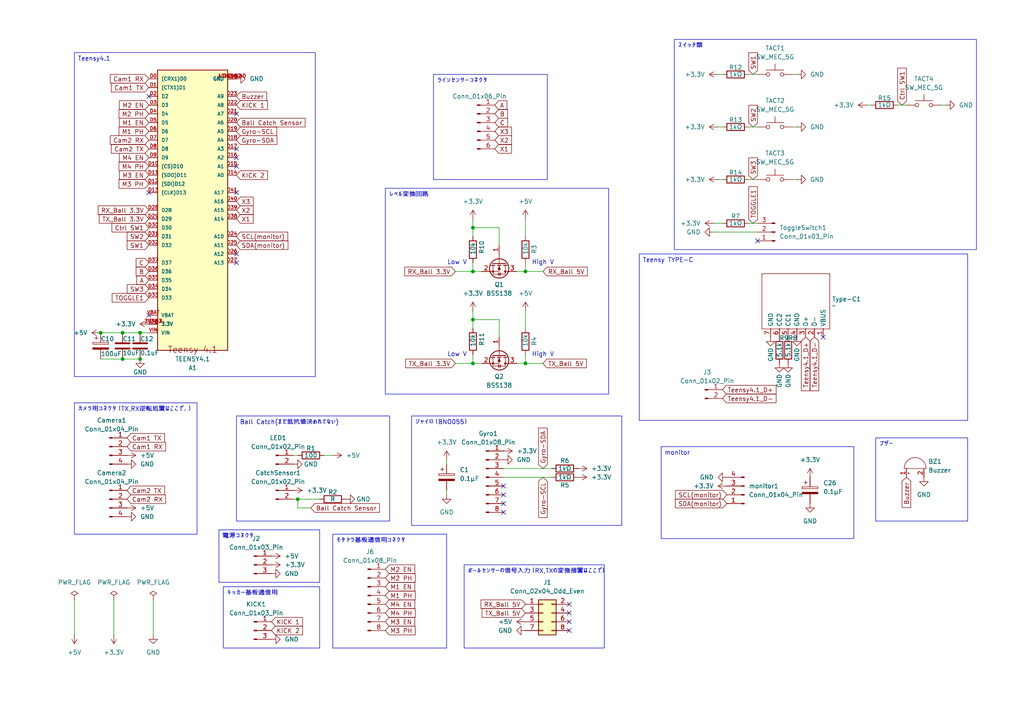
<source format=kicad_sch>
(kicad_sch (version 20250114) (generator "eeschema") (generator_version "9.0")
  (paper "A4")
  (lib_symbols
    (symbol "Connector:Conn_01x02_Pin" (pin_names (offset 1.016) (hide yes))
      (property "Reference" "J" (at 0 2.54 0))
      (property "Value" "Conn_01x02_Pin" (at 0 -5.08 0))
      (symbol "Conn_01x02_Pin_1_1"
        (pin passive line (at 5.08 0 180) (length 3.81) (name "Pin_1") (number "1"))
        (pin passive line (at 5.08 -2.54 180) (length 3.81) (name "Pin_2") (number "2"))
      )
    )
    (symbol "Connector:Conn_01x03_Pin" (pin_names (offset 1.016) (hide yes))
      (property "Reference" "J" (at 0 5.08 0))
      (property "Value" "Conn_01x03_Pin" (at 0 -5.08 0))
      (symbol "Conn_01x03_Pin_1_1"
        (pin passive line (at 5.08 2.54 180) (length 3.81) (name "Pin_1") (number "1"))
        (pin passive line (at 5.08 0 180) (length 3.81) (name "Pin_2") (number "2"))
        (pin passive line (at 5.08 -2.54 180) (length 3.81) (name "Pin_3") (number "3"))
      )
    )
    (symbol "Connector:Conn_01x04_Pin" (pin_names (offset 1.016) (hide yes))
      (property "Reference" "J" (at 0 5.08 0))
      (property "Value" "Conn_01x04_Pin" (at 0 -7.62 0))
      (symbol "Conn_01x04_Pin_1_1"
        (pin passive line (at 5.08 2.54 180) (length 3.81) (name "Pin_1") (number "1"))
        (pin passive line (at 5.08 0 180) (length 3.81) (name "Pin_2") (number "2"))
        (pin passive line (at 5.08 -2.54 180) (length 3.81) (name "Pin_3") (number "3"))
        (pin passive line (at 5.08 -5.08 180) (length 3.81) (name "Pin_4") (number "4"))
      )
    )
    (symbol "Connector:Conn_01x06_Pin" (pin_names (offset 1.016) (hide yes))
      (property "Reference" "J" (at 0 7.62 0))
      (property "Value" "Conn_01x06_Pin" (at 0 -10.16 0))
      (symbol "Conn_01x06_Pin_1_1"
        (pin passive line (at 5.08 5.08 180) (length 3.81) (name "Pin_1") (number "1"))
        (pin passive line (at 5.08 2.54 180) (length 3.81) (name "Pin_2") (number "2"))
        (pin passive line (at 5.08 0 180) (length 3.81) (name "Pin_3") (number "3"))
        (pin passive line (at 5.08 -2.54 180) (length 3.81) (name "Pin_4") (number "4"))
        (pin passive line (at 5.08 -5.08 180) (length 3.81) (name "Pin_5") (number "5"))
        (pin passive line (at 5.08 -7.62 180) (length 3.81) (name "Pin_6") (number "6"))
      )
    )
    (symbol "Connector:Conn_01x08_Pin" (pin_names (offset 1.016) (hide yes))
      (property "Reference" "J" (at 0 10.16 0))
      (property "Value" "Conn_01x08_Pin" (at 0 -12.7 0))
      (symbol "Conn_01x08_Pin_1_1"
        (pin passive line (at 5.08 7.62 180) (length 3.81) (name "Pin_1") (number "1"))
        (pin passive line (at 5.08 5.08 180) (length 3.81) (name "Pin_2") (number "2"))
        (pin passive line (at 5.08 2.54 180) (length 3.81) (name "Pin_3") (number "3"))
        (pin passive line (at 5.08 0 180) (length 3.81) (name "Pin_4") (number "4"))
        (pin passive line (at 5.08 -2.54 180) (length 3.81) (name "Pin_5") (number "5"))
        (pin passive line (at 5.08 -5.08 180) (length 3.81) (name "Pin_6") (number "6"))
        (pin passive line (at 5.08 -7.62 180) (length 3.81) (name "Pin_7") (number "7"))
        (pin passive line (at 5.08 -10.16 180) (length 3.81) (name "Pin_8") (number "8"))
      )
    )
    (symbol "Connector_Generic:Conn_02x04_Odd_Even" (pin_names (offset 1.016) (hide yes))
      (property "Reference" "J" (at 1.27 5.08 0))
      (property "Value" "Conn_02x04_Odd_Even" (at 1.27 -7.62 0))
      (symbol "Conn_02x04_Odd_Even_1_1"
        (pin passive line (at -5.08 2.54 0) (length 3.81) (name "Pin_1") (number "1"))
        (pin passive line (at -5.08 0 0) (length 3.81) (name "Pin_3") (number "3"))
        (pin passive line (at -5.08 -2.54 0) (length 3.81) (name "Pin_5") (number "5"))
        (pin passive line (at -5.08 -5.08 0) (length 3.81) (name "Pin_7") (number "7"))
        (pin passive line (at 7.62 2.54 180) (length 3.81) (name "Pin_2") (number "2"))
        (pin passive line (at 7.62 0 180) (length 3.81) (name "Pin_4") (number "4"))
        (pin passive line (at 7.62 -2.54 180) (length 3.81) (name "Pin_6") (number "6"))
        (pin passive line (at 7.62 -5.08 180) (length 3.81) (name "Pin_8") (number "8"))
      )
    )
    (symbol "Device:Buzzer" (pin_names (offset 0.0254) (hide yes))
      (property "Reference" "BZ" (at 3.81 1.27 0))
      (property "Value" "Buzzer" (at 3.81 -1.27 0))
      (symbol "Buzzer_1_1"
        (pin passive line (at -2.54 2.54 0) (length 2.54) (name "+") (number "1"))
        (pin passive line (at -2.54 -2.54 0) (length 2.54) (name "-") (number "2"))
      )
    )
    (symbol "Device:C" (pin_numbers (hide yes)) (pin_names (offset 0.254))
      (property "Reference" "C" (at 0.635 2.54 0))
      (property "Value" "C" (at 0.635 -2.54 0))
      (symbol "C_1_1"
        (pin passive line (at 0 3.81 270) (length 2.794) (name "~") (number "1"))
        (pin passive line (at 0 -3.81 90) (length 2.794) (name "~") (number "2"))
      )
    )
    (symbol "Device:C_Polarized" (pin_numbers (hide yes)) (pin_names (offset 0.254))
      (property "Reference" "C" (at 0.635 2.54 0))
      (property "Value" "C_Polarized" (at 0.635 -2.54 0))
      (symbol "C_Polarized_1_1"
        (pin passive line (at 0 3.81 270) (length 2.794) (name "~") (number "1"))
        (pin passive line (at 0 -3.81 90) (length 2.794) (name "~") (number "2"))
      )
    )
    (symbol "Device:R" (pin_numbers (hide yes)) (pin_names (offset 0))
      (property "Reference" "R" (at 2.032 0 90))
      (property "Value" "R" (at 0 0 90))
      (symbol "R_1_1"
        (pin passive line (at 0 3.81 270) (length 1.27) (name "~") (number "1"))
        (pin passive line (at 0 -3.81 90) (length 1.27) (name "~") (number "2"))
      )
    )
    (symbol "Switch:SW_MEC_5G" (pin_numbers (hide yes)) (pin_names (offset 1.016) (hide yes))
      (property "Reference" "SW" (at 1.27 2.54 0))
      (property "Value" "SW_MEC_5G" (at 0 -1.524 0))
      (symbol "SW_MEC_5G_0_1"
        (pin passive line (at -5.08 0 0) (length 2.54) (name "A") (number "1"))
        (pin passive line (at 5.08 0 180) (length 2.54) (name "B") (number "3"))
      )
      (symbol "SW_MEC_5G_1_1"
        (pin passive line (at -5.08 0 0) (length 2.54) (hide yes) (name "A") (number "2"))
        (pin passive line (at 5.08 0 180) (length 2.54) (hide yes) (name "B") (number "4"))
      )
    )
    (symbol "Teensy4.1:TEENSY4.1" (pin_names (offset 1.016))
      (property "Reference" "A" (at 0 0 0))
      (property "Value" "TEENSY4.1" (at 0 0 0))
      (symbol "TEENSY4.1_0_0"
        (text "Teensy 4.1" (at 10.16 -1.27 0) (effects (font (size 1.778 1.778)) (justify top)))
        (pin bidirectional line (at -2.54 -25.4 0) (length 2.54) (name "A13") (number "D27"))
        (pin bidirectional line (at -2.54 -27.94 0) (length 2.54) (name "A12") (number "D26"))
        (pin bidirectional line (at -2.54 -30.48 0) (length 2.54) (name "A11") (number "D25"))
        (pin bidirectional line (at -2.54 -33.02 0) (length 2.54) (name "A10") (number "D24"))
        (pin bidirectional line (at -2.54 -38.1 0) (length 2.54) (name "A14") (number "D38"))
        (pin bidirectional line (at -2.54 -40.64 0) (length 2.54) (name "A15") (number "D39"))
        (pin bidirectional line (at -2.54 -43.18 0) (length 2.54) (name "A16") (number "D40"))
        (pin bidirectional line (at -2.54 -45.72 0) (length 2.54) (name "A17") (number "D41"))
        (pin bidirectional line (at -2.54 -50.8 0) (length 2.54) (name "A0") (number "D14"))
        (pin bidirectional line (at -2.54 -53.34 0) (length 2.54) (name "A1") (number "D15"))
        (pin bidirectional line (at -2.54 -55.88 0) (length 2.54) (name "A2") (number "D16"))
        (pin bidirectional line (at -2.54 -58.42 0) (length 2.54) (name "A3") (number "D17"))
        (pin bidirectional line (at -2.54 -60.96 0) (length 2.54) (name "A4") (number "D18"))
        (pin bidirectional line (at -2.54 -63.5 0) (length 2.54) (name "A5") (number "D19"))
        (pin bidirectional line (at -2.54 -66.04 0) (length 2.54) (name "A6") (number "D20"))
        (pin bidirectional line (at -2.54 -68.58 0) (length 2.54) (name "A7") (number "D21"))
        (pin bidirectional line (at -2.54 -71.12 0) (length 2.54) (name "A8") (number "D22"))
        (pin bidirectional line (at -2.54 -73.66 0) (length 2.54) (name "A9") (number "D23"))
        (pin bidirectional line (at -2.54 -78.74 0) (length 2.54) (name "GND") (number "AGND/GND"))
        (pin bidirectional line (at -2.54 -78.74 0) (length 2.54) (name "GND") (number "GND"))
        (pin bidirectional line (at -2.54 -78.74 0) (length 2.54) (name "GND") (number "GND@2"))
        (pin power_in line (at 22.86 -5.08 180) (length 2.54) (name "VIN") (number "VIN"))
        (pin power_in line (at 22.86 -7.62 180) (length 2.54) (name "3.3V") (number "3V3"))
        (pin power_in line (at 22.86 -7.62 180) (length 2.54) (name "3.3V") (number "3V3@2"))
        (pin power_in line (at 22.86 -7.62 180) (length 2.54) (name "3.3V") (number "3V3@3"))
        (pin power_in line (at 22.86 -10.16 180) (length 2.54) (name "VBAT") (number "VBAT"))
        (pin bidirectional line (at 22.86 -15.24 180) (length 2.54) (name "D33") (number "D33"))
        (pin bidirectional line (at 22.86 -17.78 180) (length 2.54) (name "D34") (number "D34"))
        (pin bidirectional line (at 22.86 -20.32 180) (length 2.54) (name "D35") (number "D35"))
        (pin bidirectional line (at 22.86 -22.86 180) (length 2.54) (name "D36") (number "D36"))
        (pin bidirectional line (at 22.86 -25.4 180) (length 2.54) (name "D37") (number "D37"))
        (pin bidirectional line (at 22.86 -30.48 180) (length 2.54) (name "D32") (number "D32"))
        (pin bidirectional line (at 22.86 -33.02 180) (length 2.54) (name "D31") (number "D31"))
        (pin bidirectional line (at 22.86 -35.56 180) (length 2.54) (name "D30") (number "D30"))
        (pin bidirectional line (at 22.86 -38.1 180) (length 2.54) (name "D29") (number "D29"))
        (pin bidirectional line (at 22.86 -40.64 180) (length 2.54) (name "D28") (number "D28"))
        (pin bidirectional line (at 22.86 -45.72 180) (length 2.54) (name "(CLK)D13") (number "D13"))
        (pin bidirectional line (at 22.86 -48.26 180) (length 2.54) (name "(SDI)D12") (number "D12"))
        (pin bidirectional line (at 22.86 -50.8 180) (length 2.54) (name "(SDO)D11") (number "D11"))
        (pin bidirectional line (at 22.86 -53.34 180) (length 2.54) (name "(CS)D10") (number "D10"))
        (pin bidirectional line (at 22.86 -55.88 180) (length 2.54) (name "D9") (number "D9"))
        (pin bidirectional line (at 22.86 -58.42 180) (length 2.54) (name "D8") (number "D8"))
        (pin bidirectional line (at 22.86 -60.96 180) (length 2.54) (name "D7") (number "D7"))
        (pin bidirectional line (at 22.86 -63.5 180) (length 2.54) (name "D6") (number "D6"))
        (pin bidirectional line (at 22.86 -66.04 180) (length 2.54) (name "D5") (number "D5"))
        (pin bidirectional line (at 22.86 -68.58 180) (length 2.54) (name "D4") (number "D4"))
        (pin bidirectional line (at 22.86 -71.12 180) (length 2.54) (name "D3") (number "D3"))
        (pin bidirectional line (at 22.86 -73.66 180) (length 2.54) (name "D2") (number "D2"))
        (pin bidirectional line (at 22.86 -76.2 180) (length 2.54) (name "(CTX1)D1") (number "D1"))
        (pin bidirectional line (at 22.86 -78.74 180) (length 2.54) (name "(CRX1)D0") (number "D0"))
      )
    )
    (symbol "Transistor_FET:BSS138" (pin_names (hide yes))
      (property "Reference" "Q" (at 5.08 1.905 0))
      (property "Value" "BSS138" (at 5.08 0 0))
      (symbol "BSS138_1_1"
        (pin input line (at -5.08 0 0) (length 2.54) (name "G") (number "1"))
        (pin passive line (at 2.54 5.08 270) (length 2.54) (name "D") (number "3"))
        (pin passive line (at 2.54 -5.08 90) (length 2.54) (name "S") (number "2"))
      )
    )
    (symbol "Type-C:Type-C"
      (property "Reference" "Type-C" (at 0 0 0))
      (symbol "Type-C_1_1"
        (pin passive line (at -7.62 -10.16 90) (length 2.54) (name "GND") (number "7"))
        (pin passive line (at -5.08 -10.16 90) (length 2.54) (name "CC2") (number "6"))
        (pin passive line (at -2.54 -10.16 90) (length 2.54) (name "CC1") (number "5"))
        (pin passive line (at 0 -10.16 90) (length 2.54) (name "GND") (number "4"))
        (pin passive line (at 2.54 -10.16 90) (length 2.54) (name "D+") (number "3"))
        (pin passive line (at 5.08 -10.16 90) (length 2.54) (name "D-") (number "2"))
        (pin passive line (at 7.62 -10.16 90) (length 2.54) (name "VBUS") (number "1"))
      )
    )
    (symbol "power:+3.3V" (power) (pin_numbers (hide yes)) (pin_names (offset 0) (hide yes))
      (property "Value" "+3.3V" (at 0 3.556 0))
      (symbol "+3.3V_1_1"
        (pin power_in line (at 0 0 90) (length 0) (name "~") (number "1"))
      )
    )
    (symbol "power:+5V" (power) (pin_numbers (hide yes)) (pin_names (offset 0) (hide yes))
      (property "Value" "+5V" (at 0 3.556 0))
      (symbol "+5V_1_1"
        (pin power_in line (at 0 0 90) (length 0) (name "~") (number "1"))
      )
    )
    (symbol "power:GND" (power) (pin_numbers (hide yes)) (pin_names (offset 0) (hide yes))
      (property "Value" "GND" (at 0 -3.81 0))
      (symbol "GND_1_1"
        (pin power_in line (at 0 0 270) (length 0) (name "~") (number "1"))
      )
    )
    (symbol "power:PWR_FLAG" (power) (pin_numbers (hide yes)) (pin_names (offset 0) (hide yes))
      (property "Value" "PWR_FLAG" (at 0 3.81 0))
      (symbol "PWR_FLAG_0_0"
        (pin power_out line (at 0 0 90) (length 0) (name "~") (number "1"))
      )
    )
  )
  (text "Low V" (at 132.588 76.2 0) (effects (font (size 1.27 1.27))))
  (text "High V" (at 157.48 76.2 0) (effects (font (size 1.27 1.27))))
  (text "Low V" (at 132.588 102.87 0) (effects (font (size 1.27 1.27))))
  (text "High V" (at 157.48 102.87 0) (effects (font (size 1.27 1.27))))
  (text_box "ボールセンサーの信号入力（RX,TXの変換措置はここで）" (at 134.62 163.83 0) (size 40.64 24.13) (margins 0.9525 0.9525 0.9525 0.9525) (effects (font (size 1.27 1.27)) (justify left top)))
  (text_box "スイッチ類" (at 195.58 11.43 0) (size 87.63 60.96) (margins 0.9525 0.9525 0.9525 0.9525) (effects (font (size 1.27 1.27)) (justify left top)))
  (text_box "カメラ用コネクタ（TX,RX逆転処置はここで、）" (at 21.59 116.84 0) (size 35.56 38.1) (margins 0.9525 0.9525 0.9525 0.9525) (effects (font (size 1.27 1.27)) (justify left top)))
  (text_box "monitor" (at 191.77 129.54 0) (size 55.88 26.67) (margins 0.9525 0.9525 0.9525 0.9525) (effects (font (size 1.27 1.27)) (justify left top)))
  (text_box "ラインセンサーコネクタ" (at 125.73 21.59 0) (size 33.02 30.48) (margins 0.9525 0.9525 0.9525 0.9525) (effects (font (size 1.27 1.27)) (justify left top)))
  (text_box "Ball Catch(まだ抵抗値決めれてない)" (at 68.58 120.65 0) (size 44.45 30.48) (margins 0.9525 0.9525 0.9525 0.9525) (effects (font (size 1.27 1.27)) (justify left top)))
  (text_box "Teensy4.1" (at 21.59 15.24 0) (size 69.85 93.98) (margins 0.9525 0.9525 0.9525 0.9525) (effects (font (size 1.27 1.27)) (justify left top)))
  (text_box "レベル変換回路" (at 111.76 54.61 0) (size 64.77 59.69) (margins 0.9525 0.9525 0.9525 0.9525) (effects (font (size 1.27 1.27)) (justify left top)))
  (text_box "ジャイロ（BNO055）" (at 119.38 120.65 0) (size 60.96 31.75) (margins 0.9525 0.9525 0.9525 0.9525) (effects (font (size 1.27 1.27)) (justify left top)))
  (text_box "キッカー基板通信用" (at 64.77 170.18 0) (size 27.94 17.78) (margins 0.9525 0.9525 0.9525 0.9525) (effects (font (size 1.27 1.27)) (justify left top)))
  (text_box "電源コネクタ" (at 63.5 153.67 0) (size 29.21 15.24) (margins 0.9525 0.9525 0.9525 0.9525) (effects (font (size 1.27 1.27)) (justify left top)))
  (text_box "Teensy TYPE-C" (at 185.42 73.66 0) (size 95.25 48.26) (margins 0.9525 0.9525 0.9525 0.9525) (effects (font (size 1.27 1.27)) (justify left top)))
  (text_box "ブザー" (at 254 127 0) (size 26.67 24.13) (margins 0.9525 0.9525 0.9525 0.9525) (effects (font (size 1.27 1.27)) (justify left top)))
  (text_box "モタドラ基板通信用コネクタ" (at 96.52 154.94 0) (size 33.02 33.02) (margins 0.9525 0.9525 0.9525 0.9525) (effects (font (size 1.27 1.27)) (justify left top)))
  (junction (at 137.16 78.74))
  (junction (at 152.4 105.41))
  (junction (at 40.64 104.14))
  (junction (at 86.36 144.78))
  (junction (at 40.64 96.52))
  (junction (at 137.16 92.71))
  (junction (at 137.16 105.41))
  (junction (at 35.56 104.14))
  (junction (at 152.4 78.74))
  (junction (at 29.21 96.52))
  (junction (at 35.56 96.52))
  (junction (at 137.16 66.04))
  (no_connect (at 43.18 91.44))
  (no_connect (at 43.18 27.94))
  (no_connect (at 68.58 55.88))
  (no_connect (at 165.1 177.8))
  (no_connect (at 219.71 69.85))
  (no_connect (at 68.58 76.2))
  (no_connect (at 238.76 97.79))
  (no_connect (at 68.58 48.26))
  (no_connect (at 146.05 148.59))
  (no_connect (at 68.58 45.72))
  (no_connect (at 146.05 143.51))
  (no_connect (at 68.58 43.18))
  (no_connect (at 68.58 33.02))
  (no_connect (at 165.1 175.26))
  (no_connect (at 68.58 73.66))
  (no_connect (at 146.05 140.97))
  (no_connect (at 43.18 55.88))
  (no_connect (at 146.05 146.05))
  (no_connect (at 165.1 180.34))
  (no_connect (at 165.1 182.88))
  (wire (pts (xy 152.4 105.41) (xy 157.48 105.41)))
  (wire (pts (xy 260.35 30.48) (xy 262.89 30.48)))
  (wire (pts (xy 21.59 173.99) (xy 21.59 184.15)))
  (wire (pts (xy 149.86 105.41) (xy 152.4 105.41)))
  (wire (pts (xy 146.05 138.43) (xy 160.02 138.43)))
  (wire (pts (xy 137.16 63.5) (xy 137.16 66.04)))
  (wire (pts (xy 44.45 173.99) (xy 44.45 184.15)))
  (wire (pts (xy 132.08 105.41) (xy 137.16 105.41)))
  (wire (pts (xy 146.05 135.89) (xy 160.02 135.89)))
  (wire (pts (xy 137.16 66.04) (xy 144.78 66.04)))
  (wire (pts (xy 207.01 64.77) (xy 209.55 64.77)))
  (wire (pts (xy 149.86 78.74) (xy 152.4 78.74)))
  (wire (pts (xy 273.05 30.48) (xy 274.32 30.48)))
  (wire (pts (xy 208.28 36.83) (xy 209.55 36.83)))
  (wire (pts (xy 217.17 64.77) (xy 219.71 64.77)))
  (wire (pts (xy 152.4 90.17) (xy 152.4 95.25)))
  (wire (pts (xy 229.87 21.59) (xy 231.14 21.59)))
  (wire (pts (xy 29.21 104.14) (xy 35.56 104.14)))
  (wire (pts (xy 207.01 67.31) (xy 219.71 67.31)))
  (wire (pts (xy 85.09 144.78) (xy 86.36 144.78)))
  (wire (pts (xy 137.16 92.71) (xy 144.78 92.71)))
  (wire (pts (xy 217.17 52.07) (xy 219.71 52.07)))
  (wire (pts (xy 144.78 71.12) (xy 144.78 66.04)))
  (wire (pts (xy 137.16 76.2) (xy 137.16 78.74)))
  (wire (pts (xy 129.54 142.24) (xy 129.54 143.51)))
  (wire (pts (xy 132.08 78.74) (xy 137.16 78.74)))
  (wire (pts (xy 137.16 90.17) (xy 137.16 92.71)))
  (wire (pts (xy 29.21 96.52) (xy 35.56 96.52)))
  (wire (pts (xy 152.4 102.87) (xy 152.4 105.41)))
  (wire (pts (xy 144.78 97.79) (xy 144.78 92.71)))
  (wire (pts (xy 86.36 144.78) (xy 86.36 147.32)))
  (wire (pts (xy 33.02 173.99) (xy 33.02 184.15)))
  (wire (pts (xy 35.56 96.52) (xy 40.64 96.52)))
  (wire (pts (xy 152.4 76.2) (xy 152.4 78.74)))
  (wire (pts (xy 139.7 105.41) (xy 137.16 105.41)))
  (wire (pts (xy 217.17 21.59) (xy 219.71 21.59)))
  (wire (pts (xy 208.28 21.59) (xy 209.55 21.59)))
  (wire (pts (xy 86.36 147.32) (xy 90.17 147.32)))
  (wire (pts (xy 229.87 52.07) (xy 231.14 52.07)))
  (wire (pts (xy 208.28 52.07) (xy 209.55 52.07)))
  (wire (pts (xy 85.09 132.08) (xy 86.36 132.08)))
  (wire (pts (xy 137.16 92.71) (xy 137.16 95.25)))
  (wire (pts (xy 217.17 36.83) (xy 219.71 36.83)))
  (wire (pts (xy 229.87 36.83) (xy 231.14 36.83)))
  (wire (pts (xy 137.16 66.04) (xy 137.16 68.58)))
  (wire (pts (xy 86.36 144.78) (xy 92.71 144.78)))
  (wire (pts (xy 139.7 78.74) (xy 137.16 78.74)))
  (wire (pts (xy 137.16 102.87) (xy 137.16 105.41)))
  (wire (pts (xy 35.56 104.14) (xy 40.64 104.14)))
  (wire (pts (xy 129.54 133.35) (xy 129.54 134.62)))
  (wire (pts (xy 152.4 78.74) (xy 157.48 78.74)))
  (wire (pts (xy 40.64 96.52) (xy 43.18 96.52)))
  (wire (pts (xy 93.98 132.08) (xy 96.52 132.08)))
  (wire (pts (xy 251.46 30.48) (xy 252.73 30.48)))
  (wire (pts (xy 152.4 63.5) (xy 152.4 68.58)))
  (global_label "M4 EN" (shape input) (at 43.18 45.72 180) (property "Intersheetrefs" "${INTERSHEET_REFS}" (effects (hide yes))))
  (global_label "Gyro-SDA" (shape input) (at 157.48 135.89 90) (property "Intersheetrefs" "${INTERSHEET_REFS}" (effects (hide yes))))
  (global_label "RX_Ball 5V" (shape input) (at 152.4 175.26 180) (property "Intersheetrefs" "${INTERSHEET_REFS}" (effects (hide yes))))
  (global_label "SW3" (shape input) (at 218.44 52.07 90) (property "Intersheetrefs" "${INTERSHEET_REFS}" (effects (hide yes))))
  (global_label "Cam2 TX" (shape input) (at 36.83 142.24 0) (property "Intersheetrefs" "${INTERSHEET_REFS}" (effects (hide yes))))
  (global_label "X1" (shape input) (at 143.51 43.18 0) (property "Intersheetrefs" "${INTERSHEET_REFS}" (effects (hide yes))))
  (global_label "M2 EN" (shape input) (at 43.18 30.48 180) (property "Intersheetrefs" "${INTERSHEET_REFS}" (effects (hide yes))))
  (global_label "RX_Ball 5V" (shape input) (at 157.48 78.74 0) (property "Intersheetrefs" "${INTERSHEET_REFS}" (effects (hide yes))))
  (global_label "KICK 1" (shape input) (at 68.58 30.48 0) (property "Intersheetrefs" "${INTERSHEET_REFS}" (effects (hide yes))))
  (global_label "M2 PH" (shape input) (at 43.18 33.02 180) (property "Intersheetrefs" "${INTERSHEET_REFS}" (effects (hide yes))))
  (global_label "M3 EN" (shape input) (at 111.76 180.34 0) (property "Intersheetrefs" "${INTERSHEET_REFS}" (effects (hide yes))))
  (global_label "SW2" (shape input) (at 43.18 68.58 180) (property "Intersheetrefs" "${INTERSHEET_REFS}" (effects (hide yes))))
  (global_label "TX_Ball 5V" (shape input) (at 152.4 177.8 180) (property "Intersheetrefs" "${INTERSHEET_REFS}" (effects (hide yes))))
  (global_label "KICK 2" (shape input) (at 78.74 182.88 0) (property "Intersheetrefs" "${INTERSHEET_REFS}" (effects (hide yes))))
  (global_label "TOGGLE1" (shape input) (at 43.18 86.36 180) (property "Intersheetrefs" "${INTERSHEET_REFS}" (effects (hide yes))))
  (global_label "M4 PH" (shape input) (at 111.76 177.8 0) (property "Intersheetrefs" "${INTERSHEET_REFS}" (effects (hide yes))))
  (global_label "M2 EN" (shape input) (at 111.76 165.1 0) (property "Intersheetrefs" "${INTERSHEET_REFS}" (effects (hide yes))))
  (global_label "Cam2 RX" (shape input) (at 43.18 40.64 180) (property "Intersheetrefs" "${INTERSHEET_REFS}" (effects (hide yes))))
  (global_label "RX_Ball 3.3V" (shape input) (at 43.18 60.96 180) (property "Intersheetrefs" "${INTERSHEET_REFS}" (effects (hide yes))))
  (global_label "X2" (shape input) (at 143.51 40.64 0) (property "Intersheetrefs" "${INTERSHEET_REFS}" (effects (hide yes))))
  (global_label "Gyro-SCL" (shape input) (at 157.48 138.43 270) (property "Intersheetrefs" "${INTERSHEET_REFS}" (effects (hide yes))))
  (global_label "A" (shape input) (at 143.51 30.48 0) (property "Intersheetrefs" "${INTERSHEET_REFS}" (effects (hide yes))))
  (global_label "SW2" (shape input) (at 218.44 36.83 90) (property "Intersheetrefs" "${INTERSHEET_REFS}" (effects (hide yes))))
  (global_label "Cam1 RX" (shape input) (at 36.83 129.54 0) (property "Intersheetrefs" "${INTERSHEET_REFS}" (effects (hide yes))))
  (global_label "M1 EN" (shape input) (at 43.18 35.56 180) (property "Intersheetrefs" "${INTERSHEET_REFS}" (effects (hide yes))))
  (global_label "Ball Catch Sensor" (shape input) (at 68.58 35.56 0) (property "Intersheetrefs" "${INTERSHEET_REFS}" (effects (hide yes))))
  (global_label "Cam1 TX" (shape input) (at 36.83 127 0) (property "Intersheetrefs" "${INTERSHEET_REFS}" (effects (hide yes))))
  (global_label "B" (shape input) (at 43.18 78.74 180) (property "Intersheetrefs" "${INTERSHEET_REFS}" (effects (hide yes))))
  (global_label "Gyro-SDA" (shape input) (at 68.58 40.64 0) (property "Intersheetrefs" "${INTERSHEET_REFS}" (effects (hide yes))))
  (global_label "Ctrl SW1" (shape input) (at 261.62 30.48 90) (property "Intersheetrefs" "${INTERSHEET_REFS}" (effects (hide yes))))
  (global_label "Cam2 TX" (shape input) (at 43.18 43.18 180) (property "Intersheetrefs" "${INTERSHEET_REFS}" (effects (hide yes))))
  (global_label "TX_Ball 5V" (shape input) (at 157.48 105.41 0) (property "Intersheetrefs" "${INTERSHEET_REFS}" (effects (hide yes))))
  (global_label "SW1" (shape input) (at 43.18 71.12 180) (property "Intersheetrefs" "${INTERSHEET_REFS}" (effects (hide yes))))
  (global_label "M3 PH" (shape input) (at 111.76 182.88 0) (property "Intersheetrefs" "${INTERSHEET_REFS}" (effects (hide yes))))
  (global_label "KICK 1" (shape input) (at 78.74 180.34 0) (property "Intersheetrefs" "${INTERSHEET_REFS}" (effects (hide yes))))
  (global_label "M3 EN" (shape input) (at 43.18 50.8 180) (property "Intersheetrefs" "${INTERSHEET_REFS}" (effects (hide yes))))
  (global_label "Teensy4.1_D-" (shape input) (at 209.55 115.57 0) (property "Intersheetrefs" "${INTERSHEET_REFS}" (effects (hide yes))))
  (global_label "TOGGLE1" (shape input) (at 218.44 64.77 90) (property "Intersheetrefs" "${INTERSHEET_REFS}" (effects (hide yes))))
  (global_label "Buzzer" (shape input) (at 68.58 27.94 0) (property "Intersheetrefs" "${INTERSHEET_REFS}" (effects (hide yes))))
  (global_label "X3" (shape input) (at 143.51 38.1 0) (property "Intersheetrefs" "${INTERSHEET_REFS}" (effects (hide yes))))
  (global_label "M1 PH" (shape input) (at 111.76 172.72 0) (property "Intersheetrefs" "${INTERSHEET_REFS}" (effects (hide yes))))
  (global_label "SDA(monitor)" (shape input) (at 68.58 71.12 0) (property "Intersheetrefs" "${INTERSHEET_REFS}" (effects (hide yes))))
  (global_label "Teensy4.1_D+" (shape input) (at 209.55 113.03 0) (property "Intersheetrefs" "${INTERSHEET_REFS}" (effects (hide yes))))
  (global_label "Gyro-SCL" (shape input) (at 68.58 38.1 0) (property "Intersheetrefs" "${INTERSHEET_REFS}" (effects (hide yes))))
  (global_label "M3 PH" (shape input) (at 43.18 53.34 180) (property "Intersheetrefs" "${INTERSHEET_REFS}" (effects (hide yes))))
  (global_label "KICK 2" (shape input) (at 68.58 50.8 0) (property "Intersheetrefs" "${INTERSHEET_REFS}" (effects (hide yes))))
  (global_label "Ctrl SW1" (shape input) (at 43.18 66.04 180) (property "Intersheetrefs" "${INTERSHEET_REFS}" (effects (hide yes))))
  (global_label "Teensy4.1_D+" (shape input) (at 233.68 97.79 270) (property "Intersheetrefs" "${INTERSHEET_REFS}" (effects (hide yes))))
  (global_label "SW1" (shape input) (at 218.44 21.59 90) (property "Intersheetrefs" "${INTERSHEET_REFS}" (effects (hide yes))))
  (global_label "Cam1 RX" (shape input) (at 43.18 22.86 180) (property "Intersheetrefs" "${INTERSHEET_REFS}" (effects (hide yes))))
  (global_label "C" (shape input) (at 143.51 35.56 0) (property "Intersheetrefs" "${INTERSHEET_REFS}" (effects (hide yes))))
  (global_label "TX_Ball 3.3V" (shape input) (at 132.08 105.41 180) (property "Intersheetrefs" "${INTERSHEET_REFS}" (effects (hide yes))))
  (global_label "SCL(monitor)" (shape input) (at 68.58 68.58 0) (property "Intersheetrefs" "${INTERSHEET_REFS}" (effects (hide yes))))
  (global_label "TX_Ball 3.3V" (shape input) (at 43.18 63.5 180) (property "Intersheetrefs" "${INTERSHEET_REFS}" (effects (hide yes))))
  (global_label "Cam1 TX" (shape input) (at 43.18 25.4 180) (property "Intersheetrefs" "${INTERSHEET_REFS}" (effects (hide yes))))
  (global_label "X1" (shape input) (at 68.58 63.5 0) (property "Intersheetrefs" "${INTERSHEET_REFS}" (effects (hide yes))))
  (global_label "M4 EN" (shape input) (at 111.76 175.26 0) (property "Intersheetrefs" "${INTERSHEET_REFS}" (effects (hide yes))))
  (global_label "M4 PH" (shape input) (at 43.18 48.26 180) (property "Intersheetrefs" "${INTERSHEET_REFS}" (effects (hide yes))))
  (global_label "SCL(monitor)" (shape input) (at 210.82 143.51 180) (property "Intersheetrefs" "${INTERSHEET_REFS}" (effects (hide yes))))
  (global_label "C" (shape input) (at 43.18 76.2 180) (property "Intersheetrefs" "${INTERSHEET_REFS}" (effects (hide yes))))
  (global_label "M2 PH" (shape input) (at 111.76 167.64 0) (property "Intersheetrefs" "${INTERSHEET_REFS}" (effects (hide yes))))
  (global_label "X2" (shape input) (at 68.58 60.96 0) (property "Intersheetrefs" "${INTERSHEET_REFS}" (effects (hide yes))))
  (global_label "B" (shape input) (at 143.51 33.02 0) (property "Intersheetrefs" "${INTERSHEET_REFS}" (effects (hide yes))))
  (global_label "Ball Catch Sensor" (shape input) (at 90.17 147.32 0) (property "Intersheetrefs" "${INTERSHEET_REFS}" (effects (hide yes))))
  (global_label "A" (shape input) (at 43.18 81.28 180) (property "Intersheetrefs" "${INTERSHEET_REFS}" (effects (hide yes))))
  (global_label "RX_Ball 3.3V" (shape input) (at 132.08 78.74 180) (property "Intersheetrefs" "${INTERSHEET_REFS}" (effects (hide yes))))
  (global_label "Teensy4.1_D-" (shape input) (at 236.22 97.79 270) (property "Intersheetrefs" "${INTERSHEET_REFS}" (effects (hide yes))))
  (global_label "X3" (shape input) (at 68.58 58.42 0) (property "Intersheetrefs" "${INTERSHEET_REFS}" (effects (hide yes))))
  (global_label "SDA(monitor)" (shape input) (at 210.82 146.05 180) (property "Intersheetrefs" "${INTERSHEET_REFS}" (effects (hide yes))))
  (global_label "SW3" (shape input) (at 43.18 83.82 180) (property "Intersheetrefs" "${INTERSHEET_REFS}" (effects (hide yes))))
  (global_label "Buzzer" (shape input) (at 262.89 138.43 270) (property "Intersheetrefs" "${INTERSHEET_REFS}" (effects (hide yes))))
  (global_label "Cam2 RX" (shape input) (at 36.83 144.78 0) (property "Intersheetrefs" "${INTERSHEET_REFS}" (effects (hide yes))))
  (global_label "M1 EN" (shape input) (at 111.76 170.18 0) (property "Intersheetrefs" "${INTERSHEET_REFS}" (effects (hide yes))))
  (global_label "M1 PH" (shape input) (at 43.18 38.1 180) (property "Intersheetrefs" "${INTERSHEET_REFS}" (effects (hide yes))))
  (symbol (lib_id "power:GND") (at 36.83 149.86 90) (unit 1)
    (property "Reference" "#PWR020" (effects (hide yes)))
    (property "Value" "GND" (at 40.64 149.8599 90) (effects (justify right)))
    (property "Description" "Power symbol creates a global label with name \"GND\" , ground" (effects (hide yes)))
  )
  (symbol (lib_id "Connector:Conn_01x02_Pin") (at 80.01 142.24 0) (unit 1)
    (property "Reference" "CatchSensor1" (at 80.645 137.16 0))
    (property "Value" "Conn_01x02_Pin" (at 80.645 139.7 0))
    (property "Footprint" "Connector_JST:JST_XH_B2B-XH-A_1x02_P2.50mm_Vertical" (effects (hide yes)))
    (property "Description" "Generic connector, single row, 01x02, script generated" (effects (hide yes)))
  )
  (symbol (lib_id "Device:R") (at 213.36 21.59 90) (unit 1)
    (property "Reference" "R12" (at 213.36 19.558 90))
    (property "Value" "1kΩ" (at 213.36 21.59 90))
    (property "Footprint" "Resistor_SMD:R_0603_1608Metric" (effects (hide yes)))
    (property "Description" "Resistor" (effects (hide yes)))
  )
  (symbol (lib_id "Device:R") (at 163.83 135.89 90) (unit 1)
    (property "Reference" "R6" (at 163.83 133.604 90))
    (property "Value" "1kΩ" (at 163.83 135.89 90))
    (property "Footprint" "Resistor_SMD:R_0603_1608Metric" (effects (hide yes)))
    (property "Description" "Resistor" (effects (hide yes)))
  )
  (symbol (lib_id "power:+5V") (at 78.74 161.29 270) (unit 1)
    (property "Reference" "#PWR01" (effects (hide yes)))
    (property "Value" "+5V" (at 82.55 161.2899 90) (effects (justify left)))
    (property "Description" "Power symbol creates a global label with name \"+5V\"" (effects (hide yes)))
  )
  (symbol (lib_id "Device:R") (at 213.36 64.77 90) (unit 1)
    (property "Reference" "R7" (at 213.36 62.738 90))
    (property "Value" "1kΩ" (at 213.36 64.77 90))
    (property "Footprint" "Resistor_SMD:R_0603_1608Metric" (effects (hide yes)))
    (property "Description" "Resistor" (effects (hide yes)))
  )
  (symbol (lib_id "power:GND") (at 68.58 22.86 90) (unit 1)
    (property "Reference" "#PWR042" (effects (hide yes)))
    (property "Value" "GND" (at 72.39 22.8601 90) (effects (justify right)))
    (property "Description" "Power symbol creates a global label with name \"GND\" , ground" (effects (hide yes)))
  )
  (symbol (lib_id "Device:R") (at 163.83 138.43 90) (unit 1)
    (property "Reference" "R5" (at 163.83 140.716 90))
    (property "Value" "1kΩ" (at 163.83 138.43 90))
    (property "Footprint" "Resistor_SMD:R_0603_1608Metric" (effects (hide yes)))
    (property "Description" "Resistor" (effects (hide yes)))
  )
  (symbol (lib_id "power:+3.3V") (at 78.74 163.83 270) (unit 1)
    (property "Reference" "#PWR02" (effects (hide yes)))
    (property "Value" "+3.3V" (at 82.55 163.8299 90) (effects (justify left)))
    (property "Description" "Power symbol creates a global label with name \"+3.3V\"" (effects (hide yes)))
  )
  (symbol (lib_id "power:GND") (at 231.14 52.07 90) (unit 1)
    (property "Reference" "#PWR099" (effects (hide yes)))
    (property "Value" "GND" (at 234.95 52.0699 90) (effects (justify right)))
    (property "Description" "Power symbol creates a global label with name \"GND\" , ground" (effects (hide yes)))
  )
  (symbol (lib_id "power:+5V") (at 21.59 184.15 180) (unit 1)
    (property "Reference" "#PWR010" (effects (hide yes)))
    (property "Value" "+5V" (at 21.59 189.23 0))
    (property "Description" "Power symbol creates a global label with name \"+5V\"" (effects (hide yes)))
  )
  (symbol (lib_id "Device:R") (at 213.36 36.83 90) (unit 1)
    (property "Reference" "R13" (at 213.36 34.798 90))
    (property "Value" "1kΩ" (at 213.36 36.83 90))
    (property "Footprint" "Resistor_SMD:R_0603_1608Metric" (effects (hide yes)))
    (property "Description" "Resistor" (effects (hide yes)))
  )
  (symbol (lib_id "power:+3.3V") (at 251.46 30.48 90) (unit 1)
    (property "Reference" "#PWR057" (effects (hide yes)))
    (property "Value" "+3.3V" (at 247.65 30.4799 90) (effects (justify left)))
    (property "Description" "Power symbol creates a global label with name \"+3.3V\"" (effects (hide yes)))
  )
  (symbol (lib_id "power:+3.3V") (at 208.28 21.59 90) (unit 1)
    (property "Reference" "#PWR055" (effects (hide yes)))
    (property "Value" "+3.3V" (at 204.47 21.5899 90) (effects (justify left)))
    (property "Description" "Power symbol creates a global label with name \"+3.3V\"" (effects (hide yes)))
  )
  (symbol (lib_id "power:+3.3V") (at 208.28 36.83 90) (unit 1)
    (property "Reference" "#PWR056" (effects (hide yes)))
    (property "Value" "+3.3V" (at 204.47 36.8299 90) (effects (justify left)))
    (property "Description" "Power symbol creates a global label with name \"+3.3V\"" (effects (hide yes)))
  )
  (symbol (lib_id "Connector_Generic:Conn_02x04_Odd_Even") (at 157.48 177.8 0) (unit 1)
    (property "Reference" "J1" (at 158.75 168.91 0))
    (property "Value" "Conn_02x04_Odd_Even" (at 158.75 171.45 0))
    (property "Footprint" "Connector_PinSocket_2.54mm:PinSocket_2x04_P2.54mm_Vertical" (effects (hide yes)))
    (property "Description" "Generic connector, double row, 02x04, odd/even pin numbering scheme (row 1 odd numbers, row 2 even numbers), script generated (kicad-library-utils/schlib/autogen/connector/)" (effects (hide yes)))
  )
  (symbol (lib_id "Connector:Conn_01x08_Pin") (at 106.68 172.72 0) (unit 1)
    (property "Reference" "J6" (at 107.315 160.02 0))
    (property "Value" "Conn_01x08_Pin" (at 107.315 162.56 0))
    (property "Footprint" "FFC conector:FFC conector 0.5mm Pich" (effects (hide yes)))
    (property "Description" "Generic connector, single row, 01x08, script generated" (effects (hide yes)))
  )
  (symbol (lib_id "power:GND") (at 146.05 133.35 90) (unit 1)
    (property "Reference" "#PWR08" (effects (hide yes)))
    (property "Value" "GND" (at 149.86 133.3499 90) (effects (justify right)))
    (property "Description" "Power symbol creates a global label with name \"GND\" , ground" (effects (hide yes)))
  )
  (symbol (lib_id "Connector:Conn_01x04_Pin") (at 31.75 144.78 0) (unit 1)
    (property "Reference" "Camera2" (at 32.385 137.16 0))
    (property "Value" "Conn_01x04_Pin" (at 32.385 139.7 0))
    (property "Footprint" "GROVE:GROVE-HW4-2.0" (effects (hide yes)))
    (property "Description" "Generic connector, single row, 01x04, script generated" (effects (hide yes)))
  )
  (symbol (lib_id "power:+5V") (at 152.4 180.34 90) (unit 1)
    (property "Reference" "#PWR035" (effects (hide yes)))
    (property "Value" "+5V" (at 148.59 180.3399 90) (effects (justify left)))
    (property "Description" "Power symbol creates a global label with name \"+5V\"" (effects (hide yes)))
  )
  (symbol (lib_id "power:GND") (at 152.4 182.88 270) (unit 1)
    (property "Reference" "#PWR036" (effects (hide yes)))
    (property "Value" "GND" (at 148.59 182.8799 90) (effects (justify right)))
    (property "Description" "Power symbol creates a global label with name \"GND\" , ground" (effects (hide yes)))
  )
  (symbol (lib_id "Device:R") (at 228.6 101.6 0) (unit 1)
    (property "Reference" "R8" (at 228.6 98.044 0) (effects (justify left)))
    (property "Value" "5.1k" (at 228.6 103.632 90) (effects (justify left)))
    (property "Footprint" "Resistor_SMD:R_0603_1608Metric" (effects (hide yes)))
    (property "Description" "Resistor" (effects (hide yes)))
  )
  (symbol (lib_id "Teensy4.1:TEENSY4.1") (at 66.04 101.6 180) (unit 1)
    (property "Reference" "A1" (at 55.88 106.68 0))
    (property "Value" "TEENSY4.1" (at 55.88 104.14 0))
    (property "Footprint" "Teensy4.1:TEENSY4.1" (effects (hide yes)))
    (property "TEENSY" "4.1" (effects (hide yes)))
    (property "MF" "PJRC" (effects (hide yes)))
    (property "Package" "None" (effects (hide yes)))
    (property "Price" "None" (effects (hide yes)))
    (property "SnapEDA_Link" "https://www.snapeda.com/parts/Teensy%204.1/PJRC/view-part/?ref=snap" (effects (hide yes)))
    (property "MP" "Teensy 4.1" (effects (hide yes)))
    (property "Availability" "Not in stock" (effects (hide yes)))
    (property "Check_prices" "https://www.snapeda.com/parts/Teensy%204.1/PJRC/view-part/?ref=eda" (effects (hide yes)))
  )
  (symbol (lib_id "Device:R") (at 152.4 99.06 0) (unit 1)
    (property "Reference" "R4" (at 154.94 100.33 90) (effects (justify left)))
    (property "Value" "10k" (at 152.4 100.584 90) (effects (justify left)))
    (property "Footprint" "Resistor_SMD:R_0603_1608Metric" (effects (hide yes)))
    (property "Description" "Resistor" (effects (hide yes)))
  )
  (symbol (lib_id "power:+5V") (at 29.21 96.52 90) (unit 1)
    (property "Reference" "#PWR016" (effects (hide yes)))
    (property "Value" "+5V" (at 25.4 96.5201 90) (effects (justify left)))
    (property "Description" "Power symbol creates a global label with name \"+5V\"" (effects (hide yes)))
  )
  (symbol (lib_id "power:GND") (at 228.6 105.41 0) (unit 1)
    (property "Reference" "#PWR014" (effects (hide yes)))
    (property "Value" "GND" (at 228.6 110.49 90))
    (property "Description" "Power symbol creates a global label with name \"GND\" , ground" (effects (hide yes)))
  )
  (symbol (lib_id "Switch:SW_MEC_5G") (at 224.79 52.07 0) (unit 1)
    (property "Reference" "TACT3" (at 224.79 44.45 0))
    (property "Value" "SW_MEC_5G" (at 224.79 46.99 0))
    (property "Footprint" "MAIN:Big tact switch MAIN" (effects (hide yes)))
    (property "Datasheet" "http://www.apem.com/int/index.php?controller=attachment&id_attachment=488" (effects (hide yes)))
    (property "Description" "MEC 5G single pole normally-open tactile switch" (effects (hide yes)))
  )
  (symbol (lib_id "power:GND") (at 78.74 185.42 90) (unit 1)
    (property "Reference" "#PWR024" (effects (hide yes)))
    (property "Value" "GND" (at 82.55 185.4199 90) (effects (justify right)))
    (property "Description" "Power symbol creates a global label with name \"GND\" , ground" (effects (hide yes)))
  )
  (symbol (lib_id "power:+3.3V") (at 146.05 130.81 270) (unit 1)
    (property "Reference" "#PWR09" (effects (hide yes)))
    (property "Value" "+3.3V" (at 149.86 130.8099 90) (effects (justify left)))
    (property "Description" "Power symbol creates a global label with name \"+3.3V\"" (effects (hide yes)))
  )
  (symbol (lib_id "Type-C:Type-C") (at 231.14 87.63 0) (unit 1)
    (property "Reference" "Type-C1" (at 241.3 86.7568 0) (effects (justify left)))
    (property "Value" "~" (at 241.3 88.6619 0) (effects (justify left)))
    (property "Footprint" "Type-C:Type-C moodule" (effects (hide yes)))
  )
  (symbol (lib_id "Device:R") (at 226.06 101.6 0) (unit 1)
    (property "Reference" "R9" (at 226.06 98.044 0) (effects (justify left)))
    (property "Value" "5.1k" (at 226.06 103.632 90) (effects (justify left)))
    (property "Footprint" "Resistor_SMD:R_0603_1608Metric" (effects (hide yes)))
    (property "Description" "Resistor" (effects (hide yes)))
  )
  (symbol (lib_id "power:GND") (at 129.54 143.51 0) (unit 1)
    (property "Reference" "#PWR06" (effects (hide yes)))
    (property "Value" "GND" (at 129.54 148.59 0))
    (property "Description" "Power symbol creates a global label with name \"GND\" , ground" (effects (hide yes)))
  )
  (symbol (lib_id "power:GND") (at 223.52 97.79 0) (unit 1)
    (property "Reference" "#PWR05" (effects (hide yes)))
    (property "Value" "GND" (at 223.52 102.87 90))
    (property "Description" "Power symbol creates a global label with name \"GND\" , ground" (effects (hide yes)))
  )
  (symbol (lib_id "Connector:Conn_01x08_Pin") (at 140.97 138.43 0) (unit 1)
    (property "Reference" "Gyro1" (at 141.605 125.73 0))
    (property "Value" "Conn_01x08_Pin" (at 141.605 128.27 0))
    (property "Footprint" "BNO055:BNO055" (effects (hide yes)))
    (property "Description" "Generic connector, single row, 01x08, script generated" (effects (hide yes)))
  )
  (symbol (lib_id "Device:R") (at 96.52 144.78 90) (unit 1)
    (property "Reference" "R2" (at 96.52 142.748 90))
    (property "Value" "R" (at 96.52 144.78 90))
    (property "Footprint" "Resistor_THT:R_Axial_DIN0207_L6.3mm_D2.5mm_P10.16mm_Horizontal" (effects (hide yes)))
    (property "Description" "Resistor" (effects (hide yes)))
  )
  (symbol (lib_id "Device:R") (at 256.54 30.48 90) (unit 1)
    (property "Reference" "R15" (at 256.54 28.448 90))
    (property "Value" "1kΩ" (at 256.54 30.48 90))
    (property "Footprint" "Resistor_SMD:R_0603_1608Metric" (effects (hide yes)))
    (property "Description" "Resistor" (effects (hide yes)))
  )
  (symbol (lib_id "power:GND") (at 267.97 138.43 0) (unit 1)
    (property "Reference" "#PWR051" (effects (hide yes)))
    (property "Value" "GND" (at 267.97 143.51 0))
    (property "Description" "Power symbol creates a global label with name \"GND\" , ground" (effects (hide yes)))
  )
  (symbol (lib_id "power:GND") (at 207.01 67.31 270) (unit 1)
    (property "Reference" "#PWR093" (effects (hide yes)))
    (property "Value" "GND" (at 203.2 67.3099 90) (effects (justify right)))
    (property "Description" "Power symbol creates a global label with name \"GND\" , ground" (effects (hide yes)))
  )
  (symbol (lib_id "power:+3.3V") (at 210.82 140.97 90) (unit 1)
    (property "Reference" "#PWR044" (effects (hide yes)))
    (property "Value" "+3.3V" (at 207.01 140.9699 90) (effects (justify left)))
    (property "Description" "Power symbol creates a global label with name \"+3.3V\"" (effects (hide yes)))
  )
  (symbol (lib_id "Device:C_Polarized") (at 29.21 100.33 0) (unit 1)
    (property "Reference" "C10" (at 29.21 98.298 0) (effects (justify left)))
    (property "Value" "100uF" (at 29.21 102.616 0) (effects (justify left)))
    (property "Footprint" "Capacitor_THT:CP_Radial_D6.3mm_P2.50mm" (effects (hide yes)))
    (property "Description" "Polarized capacitor" (effects (hide yes)))
  )
  (symbol (lib_id "Device:C") (at 35.56 100.33 0) (unit 1)
    (property "Reference" "C11" (at 35.56 98.298 0) (effects (justify left)))
    (property "Value" "10uF" (at 35.56 102.362 0) (effects (justify left)))
    (property "Footprint" "Capacitor_SMD:C_0603_1608Metric" (effects (hide yes)))
    (property "Description" "Unpolarized capacitor" (effects (hide yes)))
  )
  (symbol (lib_id "power:+3.3V") (at 137.16 90.17 0) (unit 1)
    (property "Reference" "#PWR054" (effects (hide yes)))
    (property "Value" "+3.3V" (at 137.16 85.09 0))
    (property "Description" "Power symbol creates a global label with name \"+3.3V\"" (effects (hide yes)))
  )
  (symbol (lib_id "Device:C_Polarized") (at 234.95 142.24 0) (unit 1)
    (property "Reference" "C26" (at 238.76 140.0809 0) (effects (justify left)))
    (property "Value" "0.1μF" (at 238.76 142.6209 0) (effects (justify left)))
    (property "Footprint" "Capacitor_SMD:C_0603_1608Metric_Pad1.08x0.95mm_HandSolder" (effects (hide yes)))
    (property "Description" "Polarized capacitor" (effects (hide yes)))
  )
  (symbol (lib_id "power:+3.3V") (at 43.18 93.98 90) (unit 1)
    (property "Reference" "#PWR017" (effects (hide yes)))
    (property "Value" "+3.3V" (at 39.37 93.9801 90) (effects (justify left)))
    (property "Description" "Power symbol creates a global label with name \"+3.3V\"" (effects (hide yes)))
  )
  (symbol (lib_id "power:+3.3V") (at 85.09 142.24 270) (unit 1)
    (property "Reference" "#PWR025" (effects (hide yes)))
    (property "Value" "+3.3V" (at 88.9 142.2399 90) (effects (justify left)))
    (property "Description" "Power symbol creates a global label with name \"+3.3V\"" (effects (hide yes)))
  )
  (symbol (lib_id "Device:R") (at 90.17 132.08 90) (unit 1)
    (property "Reference" "R1" (at 90.17 130.048 90))
    (property "Value" "100" (at 90.17 132.08 90))
    (property "Footprint" "Resistor_SMD:R_0603_1608Metric" (effects (hide yes)))
    (property "Description" "Resistor" (effects (hide yes)))
  )
  (symbol (lib_id "power:+3.3V") (at 167.64 138.43 270) (unit 1)
    (property "Reference" "#PWR012" (effects (hide yes)))
    (property "Value" "+3.3V" (at 171.45 138.4299 90) (effects (justify left)))
    (property "Description" "Power symbol creates a global label with name \"+3.3V\"" (effects (hide yes)))
  )
  (symbol (lib_id "power:GND") (at 274.32 30.48 90) (unit 1)
    (property "Reference" "#PWR0102" (effects (hide yes)))
    (property "Value" "GND" (at 278.13 30.4799 90) (effects (justify right)))
    (property "Description" "Power symbol creates a global label with name \"GND\" , ground" (effects (hide yes)))
  )
  (symbol (lib_id "power:+3.3V") (at 234.95 138.43 0) (unit 1)
    (property "Reference" "#PWR0148" (effects (hide yes)))
    (property "Value" "+3.3V" (at 234.95 133.35 0))
    (property "Description" "Power symbol creates a global label with name \"+3.3V\"" (effects (hide yes)))
  )
  (symbol (lib_id "power:+3.3V") (at 137.16 63.5 0) (unit 1)
    (property "Reference" "#PWR053" (effects (hide yes)))
    (property "Value" "+3.3V" (at 137.16 58.42 0))
    (property "Description" "Power symbol creates a global label with name \"+3.3V\"" (effects (hide yes)))
  )
  (symbol (lib_id "power:GND") (at 40.64 104.14 0) (unit 1)
    (property "Reference" "#PWR052" (effects (hide yes)))
    (property "Value" "GND" (at 40.64 107.95 0))
    (property "Description" "Power symbol creates a global label with name \"GND\" , ground" (effects (hide yes)))
  )
  (symbol (lib_id "power:+5V") (at 36.83 147.32 270) (unit 1)
    (property "Reference" "#PWR019" (effects (hide yes)))
    (property "Value" "+5V" (at 40.64 147.3199 90) (effects (justify left)))
    (property "Description" "Power symbol creates a global label with name \"+5V\"" (effects (hide yes)))
  )
  (symbol (lib_id "Connector:Conn_01x03_Pin") (at 73.66 163.83 0) (unit 1)
    (property "Reference" "J2" (at 74.295 156.21 0))
    (property "Value" "Conn_01x03_Pin" (at 74.295 158.75 0))
    (property "Footprint" "Connector_JST:JST_XH_B3B-XH-A_1x03_P2.50mm_Vertical" (effects (hide yes)))
    (property "Description" "Generic connector, single row, 01x03, script generated" (effects (hide yes)))
  )
  (symbol (lib_id "Transistor_FET:BSS138") (at 144.78 76.2 270) (unit 1)
    (property "Reference" "Q1" (at 144.78 82.55 90))
    (property "Value" "BSS138" (at 144.78 85.09 90))
    (property "Footprint" "Package_TO_SOT_SMD:SOT-23" (effects (hide yes)))
    (property "Datasheet" "https://www.onsemi.com/pub/Collateral/BSS138-D.PDF" (effects (hide yes)))
    (property "Description" "50V Vds, 0.22A Id, N-Channel MOSFET, SOT-23" (effects (hide yes)))
  )
  (symbol (lib_id "Device:Buzzer") (at 265.43 135.89 90) (unit 1)
    (property "Reference" "BZ1" (at 269.24 133.8648 90) (effects (justify right)))
    (property "Value" "Buzzer" (at 269.24 136.4048 90) (effects (justify right)))
    (property "Footprint" "MAIN:Buzzer UDX01CLFPH" (effects (hide yes)))
    (property "Description" "Buzzer, polarized" (effects (hide yes)))
  )
  (symbol (lib_id "Connector:Conn_01x02_Pin") (at 80.01 132.08 0) (unit 1)
    (property "Reference" "LED1" (at 80.645 127 0))
    (property "Value" "Conn_01x02_Pin" (at 80.645 129.54 0))
    (property "Footprint" "Connector_JST:JST_XH_B2B-XH-A_1x02_P2.50mm_Vertical" (effects (hide yes)))
    (property "Description" "Generic connector, single row, 01x02, script generated" (effects (hide yes)))
  )
  (symbol (lib_id "power:GND") (at 78.74 166.37 90) (unit 1)
    (property "Reference" "#PWR03" (effects (hide yes)))
    (property "Value" "GND" (at 82.55 166.3699 90) (effects (justify right)))
    (property "Description" "Power symbol creates a global label with name \"GND\" , ground" (effects (hide yes)))
  )
  (symbol (lib_id "power:GND") (at 85.09 134.62 90) (unit 1)
    (property "Reference" "#PWR029" (effects (hide yes)))
    (property "Value" "GND" (at 90.17 134.62 90))
    (property "Description" "Power symbol creates a global label with name \"GND\" , ground" (effects (hide yes)))
  )
  (symbol (lib_id "power:GND") (at 36.83 134.62 90) (unit 1)
    (property "Reference" "#PWR021" (effects (hide yes)))
    (property "Value" "GND" (at 40.64 134.6199 90) (effects (justify right)))
    (property "Description" "Power symbol creates a global label with name \"GND\" , ground" (effects (hide yes)))
  )
  (symbol (lib_id "Connector:Conn_01x03_Pin") (at 224.79 67.31 180) (unit 1)
    (property "Reference" "ToggleSwitch1" (at 226.06 66.0399 0) (effects (justify right)))
    (property "Value" "Conn_01x03_Pin" (at 226.06 68.5799 0) (effects (justify right)))
    (property "Footprint" "Connector_PinSocket_2.54mm:PinSocket_1x03_P2.54mm_Vertical" (effects (hide yes)))
    (property "Description" "Generic connector, single row, 01x03, script generated" (effects (hide yes)))
  )
  (symbol (lib_id "power:GND") (at 231.14 97.79 0) (unit 1)
    (property "Reference" "#PWR04" (effects (hide yes)))
    (property "Value" "GND" (at 231.14 102.87 90))
    (property "Description" "Power symbol creates a global label with name \"GND\" , ground" (effects (hide yes)))
  )
  (symbol (lib_id "power:+5V") (at 96.52 132.08 270) (unit 1)
    (property "Reference" "#PWR028" (effects (hide yes)))
    (property "Value" "+5V" (at 100.33 132.0799 90) (effects (justify left)))
    (property "Description" "Power symbol creates a global label with name \"+5V\"" (effects (hide yes)))
  )
  (symbol (lib_id "Switch:SW_MEC_5G") (at 224.79 21.59 0) (unit 1)
    (property "Reference" "TACT1" (at 224.79 13.97 0))
    (property "Value" "SW_MEC_5G" (at 224.79 16.51 0))
    (property "Footprint" "MAIN:Big tact switch MAIN" (effects (hide yes)))
    (property "Datasheet" "http://www.apem.com/int/index.php?controller=attachment&id_attachment=488" (effects (hide yes)))
    (property "Description" "MEC 5G single pole normally-open tactile switch" (effects (hide yes)))
  )
  (symbol (lib_id "Device:R") (at 213.36 52.07 90) (unit 1)
    (property "Reference" "R14" (at 213.36 50.038 90))
    (property "Value" "1kΩ" (at 213.36 52.07 90))
    (property "Footprint" "Resistor_SMD:R_0603_1608Metric" (effects (hide yes)))
    (property "Description" "Resistor" (effects (hide yes)))
  )
  (symbol (lib_id "power:+3.3V") (at 207.01 64.77 90) (unit 1)
    (property "Reference" "#PWR046" (effects (hide yes)))
    (property "Value" "+3.3V" (at 203.2 64.7699 90) (effects (justify left)))
    (property "Description" "Power symbol creates a global label with name \"+3.3V\"" (effects (hide yes)))
  )
  (symbol (lib_id "Connector:Conn_01x04_Pin") (at 215.9 143.51 180) (unit 1)
    (property "Reference" "monitor1" (at 217.17 140.9699 0) (effects (justify right)))
    (property "Value" "Conn_01x04_Pin" (at 217.17 143.5099 0) (effects (justify right)))
    (property "Footprint" "SSD1306:SSD1306 (akizuki)" (effects (hide yes)))
    (property "Description" "Generic connector, single row, 01x04, script generated" (effects (hide yes)))
  )
  (symbol (lib_id "power:GND") (at 231.14 21.59 90) (unit 1)
    (property "Reference" "#PWR0101" (effects (hide yes)))
    (property "Value" "GND" (at 234.95 21.5899 90) (effects (justify right)))
    (property "Description" "Power symbol creates a global label with name \"GND\" , ground" (effects (hide yes)))
  )
  (symbol (lib_id "power:+3.3V") (at 208.28 52.07 90) (unit 1)
    (property "Reference" "#PWR047" (effects (hide yes)))
    (property "Value" "+3.3V" (at 204.47 52.0699 90) (effects (justify left)))
    (property "Description" "Power symbol creates a global label with name \"+3.3V\"" (effects (hide yes)))
  )
  (symbol (lib_id "Connector:Conn_01x06_Pin") (at 138.43 35.56 0) (unit 1)
    (property "Reference" "LINE1" (effects (hide yes)))
    (property "Value" "Conn_01x06_Pin" (at 139.065 27.94 0))
    (property "Footprint" "Connector_JST:JST_XH_B6B-XH-A_1x06_P2.50mm_Vertical" (effects (hide yes)))
    (property "Description" "Generic connector, single row, 01x06, script generated" (effects (hide yes)))
  )
  (symbol (lib_id "Device:R") (at 137.16 99.06 0) (unit 1)
    (property "Reference" "R11" (at 139.7 100.33 90) (effects (justify left)))
    (property "Value" "10k" (at 137.16 100.584 90) (effects (justify left)))
    (property "Footprint" "Resistor_SMD:R_0603_1608Metric" (effects (hide yes)))
    (property "Description" "Resistor" (effects (hide yes)))
  )
  (symbol (lib_id "power:GND") (at 231.14 36.83 90) (unit 1)
    (property "Reference" "#PWR0100" (effects (hide yes)))
    (property "Value" "GND" (at 234.95 36.8299 90) (effects (justify right)))
    (property "Description" "Power symbol creates a global label with name \"GND\" , ground" (effects (hide yes)))
  )
  (symbol (lib_id "power:GND") (at 210.82 138.43 270) (unit 1)
    (property "Reference" "#PWR0140" (effects (hide yes)))
    (property "Value" "GND" (at 207.01 138.4299 90) (effects (justify right)))
    (property "Description" "Power symbol creates a global label with name \"GND\" , ground" (effects (hide yes)))
  )
  (symbol (lib_id "Device:R") (at 137.16 72.39 0) (unit 1)
    (property "Reference" "R10" (at 139.7 73.66 90) (effects (justify left)))
    (property "Value" "10k" (at 137.16 73.914 90) (effects (justify left)))
    (property "Footprint" "Resistor_SMD:R_0603_1608Metric" (effects (hide yes)))
    (property "Description" "Resistor" (effects (hide yes)))
  )
  (symbol (lib_id "Switch:SW_MEC_5G") (at 224.79 36.83 0) (unit 1)
    (property "Reference" "TACT2" (at 224.79 29.21 0))
    (property "Value" "SW_MEC_5G" (at 224.79 31.75 0))
    (property "Footprint" "MAIN:Big tact switch MAIN" (effects (hide yes)))
    (property "Datasheet" "http://www.apem.com/int/index.php?controller=attachment&id_attachment=488" (effects (hide yes)))
    (property "Description" "MEC 5G single pole normally-open tactile switch" (effects (hide yes)))
  )
  (symbol (lib_id "power:+3.3V") (at 33.02 184.15 180) (unit 1)
    (property "Reference" "#PWR07" (effects (hide yes)))
    (property "Value" "+3.3V" (at 33.02 189.23 0))
    (property "Description" "Power symbol creates a global label with name \"+3.3V\"" (effects (hide yes)))
  )
  (symbol (lib_id "power:+5V") (at 152.4 63.5 0) (unit 1)
    (property "Reference" "#PWR095" (effects (hide yes)))
    (property "Value" "+5V" (at 152.4 58.42 0))
    (property "Description" "Power symbol creates a global label with name \"+5V\"" (effects (hide yes)))
  )
  (symbol (lib_id "Connector:Conn_01x03_Pin") (at 73.66 182.88 0) (unit 1)
    (property "Reference" "KICK1" (at 74.295 175.26 0))
    (property "Value" "Conn_01x03_Pin" (at 74.295 177.8 0))
    (property "Footprint" "Connector_JST:JST_XH_B3B-XH-A_1x03_P2.50mm_Vertical" (effects (hide yes)))
    (property "Description" "Generic connector, single row, 01x03, script generated" (effects (hide yes)))
  )
  (symbol (lib_id "power:PWR_FLAG") (at 44.45 173.99 0) (unit 1)
    (property "Reference" "#FLG03" (effects (hide yes)))
    (property "Value" "PWR_FLAG" (at 44.45 168.91 0))
    (property "Description" "Special symbol for telling ERC where power comes from" (effects (hide yes)))
  )
  (symbol (lib_id "power:+5V") (at 36.83 132.08 270) (unit 1)
    (property "Reference" "#PWR018" (effects (hide yes)))
    (property "Value" "+5V" (at 40.64 132.0799 90) (effects (justify left)))
    (property "Description" "Power symbol creates a global label with name \"+5V\"" (effects (hide yes)))
  )
  (symbol (lib_id "power:+3.3V") (at 167.64 135.89 270) (unit 1)
    (property "Reference" "#PWR013" (effects (hide yes)))
    (property "Value" "+3.3V" (at 171.45 135.8899 90) (effects (justify left)))
    (property "Description" "Power symbol creates a global label with name \"+3.3V\"" (effects (hide yes)))
  )
  (symbol (lib_id "power:GND") (at 44.45 184.15 0) (unit 1)
    (property "Reference" "#PWR011" (effects (hide yes)))
    (property "Value" "GND" (at 44.45 189.23 0))
    (property "Description" "Power symbol creates a global label with name \"GND\" , ground" (effects (hide yes)))
  )
  (symbol (lib_id "Connector:Conn_01x04_Pin") (at 31.75 129.54 0) (unit 1)
    (property "Reference" "Camera1" (at 32.385 121.92 0))
    (property "Value" "Conn_01x04_Pin" (at 32.385 124.46 0))
    (property "Footprint" "GROVE:GROVE-HW4-2.0" (effects (hide yes)))
    (property "Description" "Generic connector, single row, 01x04, script generated" (effects (hide yes)))
  )
  (symbol (lib_id "Connector:Conn_01x02_Pin") (at 204.47 113.03 0) (unit 1)
    (property "Reference" "J3" (at 205.105 107.95 0))
    (property "Value" "Conn_01x02_Pin" (at 205.105 110.49 0))
    (property "Footprint" "Connector_PinSocket_2.54mm:PinSocket_1x02_P2.54mm_Vertical" (effects (hide yes)))
    (property "Description" "Generic connector, single row, 01x02, script generated" (effects (hide yes)))
  )
  (symbol (lib_id "Device:R") (at 152.4 72.39 0) (unit 1)
    (property "Reference" "R3" (at 154.94 73.66 90) (effects (justify left)))
    (property "Value" "10k" (at 152.4 73.914 90) (effects (justify left)))
    (property "Footprint" "Resistor_SMD:R_0603_1608Metric" (effects (hide yes)))
    (property "Description" "Resistor" (effects (hide yes)))
  )
  (symbol (lib_id "power:GND") (at 226.06 105.41 0) (unit 1)
    (property "Reference" "#PWR015" (effects (hide yes)))
    (property "Value" "GND" (at 226.06 110.49 90))
    (property "Description" "Power symbol creates a global label with name \"GND\" , ground" (effects (hide yes)))
  )
  (symbol (lib_id "power:GND") (at 100.33 144.78 90) (unit 1)
    (property "Reference" "#PWR030" (effects (hide yes)))
    (property "Value" "GND" (at 105.41 144.78 90))
    (property "Description" "Power symbol creates a global label with name \"GND\" , ground" (effects (hide yes)))
  )
  (symbol (lib_id "Device:C_Polarized") (at 129.54 138.43 0) (unit 1)
    (property "Reference" "C1" (at 133.35 136.2709 0) (effects (justify left)))
    (property "Value" "0.1μF" (at 133.35 138.8109 0) (effects (justify left)))
    (property "Footprint" "Capacitor_SMD:C_0603_1608Metric_Pad1.08x0.95mm_HandSolder" (effects (hide yes)))
    (property "Description" "Polarized capacitor" (effects (hide yes)))
  )
  (symbol (lib_id "Switch:SW_MEC_5G") (at 267.97 30.48 0) (unit 1)
    (property "Reference" "TACT4" (at 267.97 22.86 0))
    (property "Value" "SW_MEC_5G" (at 267.97 25.4 0))
    (property "Footprint" "Button_Switch_THT:SW_PUSH_6mm" (effects (hide yes)))
    (property "Datasheet" "http://www.apem.com/int/index.php?controller=attachment&id_attachment=488" (effects (hide yes)))
    (property "Description" "MEC 5G single pole normally-open tactile switch" (effects (hide yes)))
  )
  (symbol (lib_id "power:+3.3V") (at 129.54 133.35 0) (unit 1)
    (property "Reference" "#PWR041" (effects (hide yes)))
    (property "Value" "+3.3V" (at 129.54 128.27 0))
    (property "Description" "Power symbol creates a global label with name \"+3.3V\"" (effects (hide yes)))
  )
  (symbol (lib_id "Device:C") (at 40.64 100.33 0) (unit 1)
    (property "Reference" "C12" (at 40.64 98.298 0) (effects (justify left)))
    (property "Value" "0.1uF" (at 40.64 102.362 0) (effects (justify left)))
    (property "Footprint" "Capacitor_SMD:C_0603_1608Metric" (effects (hide yes)))
    (property "Description" "Unpolarized capacitor" (effects (hide yes)))
  )
  (symbol (lib_id "Transistor_FET:BSS138") (at 144.78 102.87 270) (unit 1)
    (property "Reference" "Q2" (at 144.78 109.22 90))
    (property "Value" "BSS138" (at 144.78 111.76 90))
    (property "Footprint" "Package_TO_SOT_SMD:SOT-23" (effects (hide yes)))
    (property "Datasheet" "https://www.onsemi.com/pub/Collateral/BSS138-D.PDF" (effects (hide yes)))
    (property "Description" "50V Vds, 0.22A Id, N-Channel MOSFET, SOT-23" (effects (hide yes)))
  )
  (symbol (lib_id "power:+5V") (at 152.4 90.17 0) (unit 1)
    (property "Reference" "#PWR096" (effects (hide yes)))
    (property "Value" "+5V" (at 152.4 85.09 0))
    (property "Description" "Power symbol creates a global label with name \"+5V\"" (effects (hide yes)))
  )
  (symbol (lib_id "power:GND") (at 234.95 146.05 0) (unit 1)
    (property "Reference" "#PWR045" (effects (hide yes)))
    (property "Value" "GND" (at 234.95 151.13 0))
    (property "Description" "Power symbol creates a global label with name \"GND\" , ground" (effects (hide yes)))
  )
  (symbol (lib_id "power:PWR_FLAG") (at 21.59 173.99 0) (unit 1)
    (property "Reference" "#FLG01" (effects (hide yes)))
    (property "Value" "PWR_FLAG" (at 21.59 168.91 0))
    (property "Description" "Special symbol for telling ERC where power comes from" (effects (hide yes)))
  )
  (symbol (lib_id "power:PWR_FLAG") (at 33.02 173.99 0) (unit 1)
    (property "Reference" "#FLG02" (effects (hide yes)))
    (property "Value" "PWR_FLAG" (at 33.02 168.91 0))
    (property "Description" "Special symbol for telling ERC where power comes from" (effects (hide yes)))
  )
)
</source>
